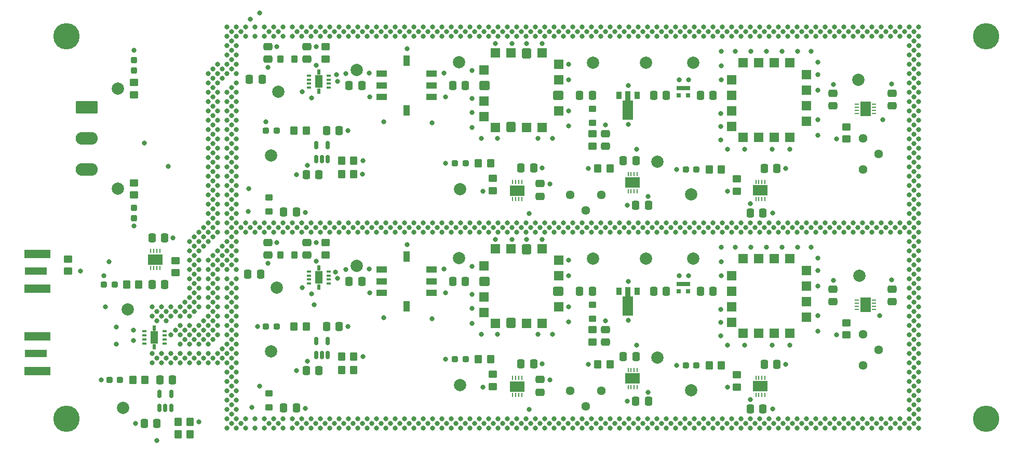
<source format=gbr>
%TF.GenerationSoftware,KiCad,Pcbnew,7.0.10-7.0.10~ubuntu22.04.1*%
%TF.CreationDate,2024-01-03T15:26:10-06:00*%
%TF.ProjectId,aom_driver,616f6d5f-6472-4697-9665-722e6b696361,v1*%
%TF.SameCoordinates,Original*%
%TF.FileFunction,Soldermask,Top*%
%TF.FilePolarity,Negative*%
%FSLAX46Y46*%
G04 Gerber Fmt 4.6, Leading zero omitted, Abs format (unit mm)*
G04 Created by KiCad (PCBNEW 7.0.10-7.0.10~ubuntu22.04.1) date 2024-01-03 15:26:10*
%MOMM*%
%LPD*%
G01*
G04 APERTURE LIST*
G04 Aperture macros list*
%AMRoundRect*
0 Rectangle with rounded corners*
0 $1 Rounding radius*
0 $2 $3 $4 $5 $6 $7 $8 $9 X,Y pos of 4 corners*
0 Add a 4 corners polygon primitive as box body*
4,1,4,$2,$3,$4,$5,$6,$7,$8,$9,$2,$3,0*
0 Add four circle primitives for the rounded corners*
1,1,$1+$1,$2,$3*
1,1,$1+$1,$4,$5*
1,1,$1+$1,$6,$7*
1,1,$1+$1,$8,$9*
0 Add four rect primitives between the rounded corners*
20,1,$1+$1,$2,$3,$4,$5,0*
20,1,$1+$1,$4,$5,$6,$7,0*
20,1,$1+$1,$6,$7,$8,$9,0*
20,1,$1+$1,$8,$9,$2,$3,0*%
%AMFreePoly0*
4,1,9,3.862500,-0.866500,0.737500,-0.866500,0.737500,-0.450000,-0.737500,-0.450000,-0.737500,0.450000,0.737500,0.450000,0.737500,0.866500,3.862500,0.866500,3.862500,-0.866500,3.862500,-0.866500,$1*%
G04 Aperture macros list end*
%ADD10R,0.250000X0.700000*%
%ADD11R,2.380000X1.660000*%
%ADD12C,4.300000*%
%ADD13C,2.000000*%
%ADD14RoundRect,0.250000X0.337500X0.475000X-0.337500X0.475000X-0.337500X-0.475000X0.337500X-0.475000X0*%
%ADD15RoundRect,0.250000X-0.337500X-0.475000X0.337500X-0.475000X0.337500X0.475000X-0.337500X0.475000X0*%
%ADD16R,3.600000X1.270000*%
%ADD17R,4.200000X1.350000*%
%ADD18RoundRect,0.237500X-0.287500X-0.237500X0.287500X-0.237500X0.287500X0.237500X-0.287500X0.237500X0*%
%ADD19C,1.440000*%
%ADD20RoundRect,0.250000X0.350000X-0.275000X0.350000X0.275000X-0.350000X0.275000X-0.350000X-0.275000X0*%
%ADD21RoundRect,0.250000X0.350000X0.450000X-0.350000X0.450000X-0.350000X-0.450000X0.350000X-0.450000X0*%
%ADD22RoundRect,0.250000X-0.450000X0.350000X-0.450000X-0.350000X0.450000X-0.350000X0.450000X0.350000X0*%
%ADD23RoundRect,0.237500X0.287500X0.237500X-0.287500X0.237500X-0.287500X-0.237500X0.287500X-0.237500X0*%
%ADD24R,0.800000X0.700000*%
%ADD25R,2.300000X0.700000*%
%ADD26R,0.760000X0.330000*%
%ADD27R,0.510000X0.940000*%
%ADD28R,1.220000X2.130000*%
%ADD29RoundRect,0.250000X0.475000X-0.337500X0.475000X0.337500X-0.475000X0.337500X-0.475000X-0.337500X0*%
%ADD30RoundRect,0.250000X-0.350000X-0.450000X0.350000X-0.450000X0.350000X0.450000X-0.350000X0.450000X0*%
%ADD31RoundRect,0.250000X0.450000X-0.350000X0.450000X0.350000X-0.450000X0.350000X-0.450000X-0.350000X0*%
%ADD32RoundRect,0.150000X0.150000X-0.512500X0.150000X0.512500X-0.150000X0.512500X-0.150000X-0.512500X0*%
%ADD33R,1.524000X1.524000*%
%ADD34RoundRect,0.250000X-0.275000X-0.350000X0.275000X-0.350000X0.275000X0.350000X-0.275000X0.350000X0*%
%ADD35R,1.520000X1.520000*%
%ADD36RoundRect,0.228000X0.597000X0.532000X-0.597000X0.532000X-0.597000X-0.532000X0.597000X-0.532000X0*%
%ADD37RoundRect,0.228000X0.532000X0.597000X-0.532000X0.597000X-0.532000X-0.597000X0.532000X-0.597000X0*%
%ADD38RoundRect,0.237500X-0.237500X0.287500X-0.237500X-0.287500X0.237500X-0.287500X0.237500X0.287500X0*%
%ADD39R,0.900000X1.300000*%
%ADD40FreePoly0,270.000000*%
%ADD41R,1.778000X1.016000*%
%ADD42R,1.016000X1.778000*%
%ADD43R,0.700000X0.250000*%
%ADD44R,1.660000X2.380000*%
%ADD45RoundRect,0.249999X-1.550001X0.790001X-1.550001X-0.790001X1.550001X-0.790001X1.550001X0.790001X0*%
%ADD46O,3.600000X2.080000*%
%ADD47C,0.800000*%
G04 APERTURE END LIST*
D10*
%TO.C,U13*%
X189599000Y-124203000D03*
X189099000Y-124203000D03*
X188599000Y-124203000D03*
X188099000Y-124203000D03*
X188099000Y-127003000D03*
X188599000Y-127003000D03*
X189099000Y-127003000D03*
X189599000Y-127003000D03*
D11*
X188849000Y-125603000D03*
%TD*%
D12*
%TO.C,H4*%
X225679500Y-130937500D03*
%TD*%
D13*
%TO.C,TP7*%
X177927500Y-72771500D03*
%TD*%
D14*
%TO.C,C40*%
X140737500Y-108458000D03*
X138662500Y-108458000D03*
%TD*%
D13*
%TO.C,TP24*%
X109093000Y-119888000D03*
%TD*%
D15*
%TO.C,C39*%
X114786500Y-123063000D03*
X116861500Y-123063000D03*
%TD*%
%TO.C,C33*%
X168507500Y-128016000D03*
X170582500Y-128016000D03*
%TD*%
D16*
%TO.C,J2*%
X70739500Y-106807500D03*
D17*
X70939500Y-103982500D03*
X70939500Y-109632500D03*
%TD*%
D15*
%TO.C,C2*%
X89641000Y-101346500D03*
X91716000Y-101346500D03*
%TD*%
D14*
%TO.C,C9*%
X189252000Y-97282500D03*
X187177000Y-97282500D03*
%TD*%
D18*
%TO.C,D8*%
X176671000Y-122174000D03*
X178421000Y-122174000D03*
%TD*%
D19*
%TO.C,RV4*%
X162941000Y-126365000D03*
X160401000Y-128905000D03*
X157861000Y-126365000D03*
%TD*%
D20*
%TO.C,L4*%
X108712000Y-129039000D03*
X108712000Y-126739000D03*
%TD*%
D13*
%TO.C,TP23*%
X139700000Y-104648000D03*
%TD*%
%TO.C,TP2*%
X84963500Y-129159500D03*
%TD*%
D21*
%TO.C,R17*%
X122539500Y-90932500D03*
X120539500Y-90932500D03*
%TD*%
D13*
%TO.C,TP3*%
X84074500Y-76962500D03*
%TD*%
D14*
%TO.C,C21*%
X140738000Y-76454500D03*
X138663000Y-76454500D03*
%TD*%
D22*
%TO.C,R10*%
X185039500Y-91710500D03*
X185039500Y-93710500D03*
%TD*%
D13*
%TO.C,TP9*%
X170180500Y-72771500D03*
%TD*%
D18*
%TO.C,D9*%
X139039000Y-121192000D03*
X140789000Y-121192000D03*
%TD*%
D23*
%TO.C,D10*%
X109968000Y-115824000D03*
X108218000Y-115824000D03*
%TD*%
D24*
%TO.C,U7*%
X177026500Y-78070500D03*
X175526500Y-78070500D03*
D25*
X176276500Y-76870500D03*
%TD*%
D21*
%TO.C,R25*%
X164322000Y-122047000D03*
X162322000Y-122047000D03*
%TD*%
D15*
%TO.C,C15*%
X149799000Y-89950500D03*
X151874000Y-89950500D03*
%TD*%
D13*
%TO.C,TP15*%
X110236500Y-77470500D03*
%TD*%
D26*
%TO.C,U21*%
X118465000Y-108813000D03*
X118465000Y-108153000D03*
X118465000Y-107493000D03*
X118465000Y-106833000D03*
X115215000Y-106833000D03*
X115215000Y-107493000D03*
X115215000Y-108153000D03*
X115215000Y-108813000D03*
D27*
X116840000Y-109358000D03*
D28*
X116840000Y-107823000D03*
D27*
X116840000Y-106288000D03*
%TD*%
D22*
%TO.C,R21*%
X185039000Y-123714000D03*
X185039000Y-125714000D03*
%TD*%
D29*
%TO.C,C8*%
X210312500Y-79778000D03*
X210312500Y-77703000D03*
%TD*%
D13*
%TO.C,TP11*%
X161544500Y-72771500D03*
%TD*%
D18*
%TO.C,D1*%
X81802500Y-108966500D03*
X83552500Y-108966500D03*
%TD*%
D26*
%TO.C,U3*%
X91668500Y-118592500D03*
X91668500Y-117932500D03*
X91668500Y-117272500D03*
X91668500Y-116612500D03*
X88418500Y-116612500D03*
X88418500Y-117272500D03*
X88418500Y-117932500D03*
X88418500Y-118592500D03*
D27*
X90043500Y-119137500D03*
D28*
X90043500Y-117602500D03*
D27*
X90043500Y-116067500D03*
%TD*%
D21*
%TO.C,R11*%
X182483500Y-90170500D03*
X180483500Y-90170500D03*
%TD*%
D14*
%TO.C,C4*%
X107591000Y-75438500D03*
X105516000Y-75438500D03*
%TD*%
D15*
%TO.C,C10*%
X189463000Y-90043500D03*
X191538000Y-90043500D03*
%TD*%
D20*
%TO.C,L2*%
X161473500Y-82557500D03*
X161473500Y-80257500D03*
%TD*%
D14*
%TO.C,C19*%
X161439000Y-78105500D03*
X159364000Y-78105500D03*
%TD*%
D10*
%TO.C,U15*%
X149935000Y-124237000D03*
X149435000Y-124237000D03*
X148935000Y-124237000D03*
X148435000Y-124237000D03*
X148435000Y-127037000D03*
X148935000Y-127037000D03*
X149435000Y-127037000D03*
X149935000Y-127037000D03*
D11*
X149185000Y-125637000D03*
%TD*%
D29*
%TO.C,C11*%
X200660500Y-79778000D03*
X200660500Y-77703000D03*
%TD*%
D13*
%TO.C,TP17*%
X177546000Y-126238000D03*
%TD*%
D29*
%TO.C,C30*%
X200660000Y-111781500D03*
X200660000Y-109706500D03*
%TD*%
D18*
%TO.C,D5*%
X176671500Y-90170500D03*
X178421500Y-90170500D03*
%TD*%
D14*
%TO.C,C41*%
X120163500Y-115824000D03*
X118088500Y-115824000D03*
%TD*%
D13*
%TO.C,TP4*%
X84074500Y-93345500D03*
%TD*%
D15*
%TO.C,C5*%
X89641000Y-108966500D03*
X91716000Y-108966500D03*
%TD*%
D29*
%TO.C,C12*%
X152908500Y-94578000D03*
X152908500Y-92503000D03*
%TD*%
D21*
%TO.C,R24*%
X144851000Y-121192000D03*
X142851000Y-121192000D03*
%TD*%
D22*
%TO.C,R8*%
X86741500Y-92345500D03*
X86741500Y-94345500D03*
%TD*%
D12*
%TO.C,H3*%
X225679500Y-68453500D03*
%TD*%
D14*
%TO.C,C3*%
X107336500Y-107315000D03*
X105261500Y-107315000D03*
%TD*%
D13*
%TO.C,TP10*%
X172085500Y-88900500D03*
%TD*%
D14*
%TO.C,C23*%
X123847000Y-76454500D03*
X121772000Y-76454500D03*
%TD*%
D10*
%TO.C,U8*%
X168771500Y-90929500D03*
X168271500Y-90929500D03*
X167771500Y-90929500D03*
X167271500Y-90929500D03*
X167271500Y-93729500D03*
X167771500Y-93729500D03*
X168271500Y-93729500D03*
X168771500Y-93729500D03*
D11*
X168021500Y-92329500D03*
%TD*%
D16*
%TO.C,J1*%
X70739500Y-120269500D03*
D17*
X70939500Y-117444500D03*
X70939500Y-123094500D03*
%TD*%
D21*
%TO.C,R16*%
X122539500Y-88773500D03*
X120539500Y-88773500D03*
%TD*%
D29*
%TO.C,C43*%
X108585000Y-104161500D03*
X108585000Y-102086500D03*
%TD*%
D23*
%TO.C,D7*%
X109968500Y-83820500D03*
X108218500Y-83820500D03*
%TD*%
D13*
%TO.C,TP12*%
X139700500Y-72644500D03*
%TD*%
D21*
%TO.C,R1*%
X95869500Y-133477500D03*
X93869500Y-133477500D03*
%TD*%
D19*
%TO.C,RV1*%
X205613500Y-85090500D03*
X208153500Y-87630500D03*
X205613500Y-90170500D03*
%TD*%
D24*
%TO.C,U16*%
X177026000Y-110074000D03*
X175526000Y-110074000D03*
D25*
X176276000Y-108874000D03*
%TD*%
D21*
%TO.C,R27*%
X122539000Y-120777000D03*
X120539000Y-120777000D03*
%TD*%
D30*
%TO.C,R5*%
X86503500Y-124587500D03*
X88503500Y-124587500D03*
%TD*%
D13*
%TO.C,TP18*%
X177927000Y-104775000D03*
%TD*%
D29*
%TO.C,C44*%
X114935000Y-104161500D03*
X114935000Y-102086500D03*
%TD*%
D31*
%TO.C,R15*%
X161473500Y-86344500D03*
X161473500Y-84344500D03*
%TD*%
D22*
%TO.C,R20*%
X202875000Y-115207000D03*
X202875000Y-117207000D03*
%TD*%
D14*
%TO.C,C22*%
X120164000Y-83820500D03*
X118089000Y-83820500D03*
%TD*%
D13*
%TO.C,TP19*%
X139914000Y-125383000D03*
%TD*%
D21*
%TO.C,R14*%
X164322500Y-90043500D03*
X162322500Y-90043500D03*
%TD*%
D13*
%TO.C,TP5*%
X204851500Y-75565500D03*
%TD*%
D29*
%TO.C,C36*%
X163576000Y-118385500D03*
X163576000Y-116310500D03*
%TD*%
D30*
%TO.C,R18*%
X112792500Y-83820500D03*
X114792500Y-83820500D03*
%TD*%
D32*
%TO.C,U2*%
X90871500Y-129154000D03*
X91821500Y-129154000D03*
X92771500Y-129154000D03*
X92771500Y-126879000D03*
X90871500Y-126879000D03*
%TD*%
D13*
%TO.C,TP8*%
X139914500Y-93379500D03*
%TD*%
%TO.C,TP16*%
X204978000Y-107569000D03*
%TD*%
D33*
%TO.C,X1*%
X196342500Y-82296500D03*
X196342500Y-79756500D03*
X196342500Y-77216500D03*
X196342500Y-74676500D03*
X193675500Y-72771500D03*
X191135500Y-72771500D03*
X188595500Y-72771500D03*
X186055500Y-72771500D03*
X184150500Y-75565500D03*
X184150500Y-78105500D03*
X184150500Y-80645500D03*
X184150500Y-83185500D03*
X186055500Y-84963500D03*
X188595500Y-84963500D03*
X191135500Y-84963500D03*
X193675500Y-84963500D03*
%TD*%
D29*
%TO.C,C27*%
X210312000Y-111781500D03*
X210312000Y-109706500D03*
%TD*%
D34*
%TO.C,L6*%
X110610000Y-104140000D03*
X112910000Y-104140000D03*
%TD*%
D29*
%TO.C,C24*%
X108585500Y-72158000D03*
X108585500Y-70083000D03*
%TD*%
D33*
%TO.C,X2*%
X196342000Y-114300000D03*
X196342000Y-111760000D03*
X196342000Y-109220000D03*
X196342000Y-106680000D03*
X193675000Y-104775000D03*
X191135000Y-104775000D03*
X188595000Y-104775000D03*
X186055000Y-104775000D03*
X184150000Y-107569000D03*
X184150000Y-110109000D03*
X184150000Y-112649000D03*
X184150000Y-115189000D03*
X186055000Y-116967000D03*
X188595000Y-116967000D03*
X191135000Y-116967000D03*
X193675000Y-116967000D03*
%TD*%
D29*
%TO.C,C17*%
X163576500Y-86382000D03*
X163576500Y-84307000D03*
%TD*%
D13*
%TO.C,TP13*%
X109093500Y-87884500D03*
%TD*%
D12*
%TO.C,H2*%
X75692500Y-130937500D03*
%TD*%
D15*
%TO.C,C14*%
X168508000Y-96012500D03*
X170583000Y-96012500D03*
%TD*%
D13*
%TO.C,TP20*%
X170180000Y-104775000D03*
%TD*%
D22*
%TO.C,R9*%
X202875500Y-83203500D03*
X202875500Y-85203500D03*
%TD*%
D14*
%TO.C,C18*%
X168551000Y-88773500D03*
X166476000Y-88773500D03*
%TD*%
D29*
%TO.C,C31*%
X152908000Y-126581500D03*
X152908000Y-124506500D03*
%TD*%
D14*
%TO.C,C35*%
X173503500Y-110109000D03*
X171428500Y-110109000D03*
%TD*%
D32*
%TO.C,U20*%
X116398000Y-120517500D03*
X117348000Y-120517500D03*
X118298000Y-120517500D03*
X118298000Y-118242500D03*
X116398000Y-118242500D03*
%TD*%
D20*
%TO.C,L1*%
X108712500Y-97035500D03*
X108712500Y-94735500D03*
%TD*%
D13*
%TO.C,TP6*%
X177546500Y-94234500D03*
%TD*%
D35*
%TO.C,U19*%
X155960000Y-112650000D03*
D36*
X155890000Y-110110000D03*
D35*
X155960000Y-107570000D03*
X155960000Y-105030000D03*
X153290000Y-103120000D03*
D37*
X150750000Y-103190000D03*
D35*
X148210000Y-103120000D03*
X145670000Y-103120000D03*
X143760000Y-105920000D03*
D36*
X143830000Y-108460000D03*
D35*
X143760000Y-111000000D03*
X143760000Y-113540000D03*
X145670000Y-115320000D03*
D37*
X148210000Y-115250000D03*
D35*
X150750000Y-115320000D03*
X153290000Y-115320000D03*
%TD*%
D38*
%TO.C,D4*%
X86741500Y-96407500D03*
X86741500Y-98157500D03*
%TD*%
D13*
%TO.C,TP25*%
X123063000Y-105918000D03*
%TD*%
D31*
%TO.C,R26*%
X161473000Y-118348000D03*
X161473000Y-116348000D03*
%TD*%
D15*
%TO.C,C1*%
X88371000Y-131699500D03*
X90446000Y-131699500D03*
%TD*%
D31*
%TO.C,R30*%
X117983000Y-104124000D03*
X117983000Y-102124000D03*
%TD*%
D19*
%TO.C,RV3*%
X205613000Y-117094000D03*
X208153000Y-119634000D03*
X205613000Y-122174000D03*
%TD*%
D21*
%TO.C,R4*%
X87487500Y-108966500D03*
X85487500Y-108966500D03*
%TD*%
D39*
%TO.C,U9*%
X168759500Y-78060500D03*
D40*
X167259500Y-78148000D03*
D39*
X165759500Y-78060500D03*
%TD*%
D12*
%TO.C,H1*%
X75692500Y-68453500D03*
%TD*%
D19*
%TO.C,RV2*%
X162941500Y-94361500D03*
X160401500Y-96901500D03*
X157861500Y-94361500D03*
%TD*%
D38*
%TO.C,D3*%
X86741500Y-72277500D03*
X86741500Y-74027500D03*
%TD*%
D10*
%TO.C,U1*%
X89420500Y-106302500D03*
X89920500Y-106302500D03*
X90420500Y-106302500D03*
X90920500Y-106302500D03*
X90920500Y-103502500D03*
X90420500Y-103502500D03*
X89920500Y-103502500D03*
X89420500Y-103502500D03*
D11*
X90170500Y-104902500D03*
%TD*%
D14*
%TO.C,C16*%
X173504000Y-78105500D03*
X171429000Y-78105500D03*
%TD*%
D13*
%TO.C,TP14*%
X123063500Y-73914500D03*
%TD*%
D10*
%TO.C,U4*%
X189599500Y-92199500D03*
X189099500Y-92199500D03*
X188599500Y-92199500D03*
X188099500Y-92199500D03*
X188099500Y-94999500D03*
X188599500Y-94999500D03*
X189099500Y-94999500D03*
X189599500Y-94999500D03*
D11*
X188849500Y-93599500D03*
%TD*%
D14*
%TO.C,C28*%
X189251500Y-129286000D03*
X187176500Y-129286000D03*
%TD*%
D34*
%TO.C,L3*%
X110610500Y-72136500D03*
X112910500Y-72136500D03*
%TD*%
D14*
%TO.C,C42*%
X123846500Y-108458000D03*
X121771500Y-108458000D03*
%TD*%
D15*
%TO.C,C7*%
X111104000Y-97155500D03*
X113179000Y-97155500D03*
%TD*%
D29*
%TO.C,C25*%
X114935500Y-72158000D03*
X114935500Y-70083000D03*
%TD*%
D31*
%TO.C,R7*%
X86741500Y-77962500D03*
X86741500Y-75962500D03*
%TD*%
D14*
%TO.C,C37*%
X168550500Y-120777000D03*
X166475500Y-120777000D03*
%TD*%
D21*
%TO.C,R13*%
X144851500Y-89188500D03*
X142851500Y-89188500D03*
%TD*%
D14*
%TO.C,C6*%
X92986000Y-124587500D03*
X90911000Y-124587500D03*
%TD*%
D18*
%TO.C,D6*%
X139039500Y-89188500D03*
X140789500Y-89188500D03*
%TD*%
D14*
%TO.C,C13*%
X181124000Y-78105500D03*
X179049000Y-78105500D03*
%TD*%
D22*
%TO.C,R12*%
X145248500Y-91617500D03*
X145248500Y-93617500D03*
%TD*%
D41*
%TO.C,FL1*%
X135255500Y-78359500D03*
X135255500Y-76454500D03*
X135255500Y-74549500D03*
D42*
X131191500Y-72390500D03*
D41*
X127127500Y-74549500D03*
X127127500Y-76454500D03*
X127127500Y-78359500D03*
D42*
X131191500Y-80518500D03*
%TD*%
D23*
%TO.C,D2*%
X84441500Y-124587500D03*
X82691500Y-124587500D03*
%TD*%
D10*
%TO.C,U17*%
X168771000Y-122933000D03*
X168271000Y-122933000D03*
X167771000Y-122933000D03*
X167271000Y-122933000D03*
X167271000Y-125733000D03*
X167771000Y-125733000D03*
X168271000Y-125733000D03*
X168771000Y-125733000D03*
D11*
X168021000Y-124333000D03*
%TD*%
D15*
%TO.C,C20*%
X114787000Y-91059500D03*
X116862000Y-91059500D03*
%TD*%
D21*
%TO.C,R22*%
X182483000Y-122174000D03*
X180483000Y-122174000D03*
%TD*%
D15*
%TO.C,C29*%
X189462500Y-122047000D03*
X191537500Y-122047000D03*
%TD*%
D32*
%TO.C,U11*%
X116398500Y-88514000D03*
X117348500Y-88514000D03*
X118298500Y-88514000D03*
X118298500Y-86239000D03*
X116398500Y-86239000D03*
%TD*%
D39*
%TO.C,U18*%
X168759000Y-110064000D03*
D40*
X167259000Y-110151500D03*
D39*
X165759000Y-110064000D03*
%TD*%
D15*
%TO.C,C26*%
X111103500Y-129166000D03*
X113178500Y-129166000D03*
%TD*%
D13*
%TO.C,TP26*%
X109982000Y-109474000D03*
%TD*%
D15*
%TO.C,C34*%
X149798500Y-121954000D03*
X151873500Y-121954000D03*
%TD*%
D13*
%TO.C,TP21*%
X172085000Y-120904000D03*
%TD*%
D20*
%TO.C,L5*%
X161473000Y-114561000D03*
X161473000Y-112261000D03*
%TD*%
D13*
%TO.C,TP1*%
X85725500Y-113030500D03*
%TD*%
D21*
%TO.C,R3*%
X95869500Y-131445500D03*
X93869500Y-131445500D03*
%TD*%
D13*
%TO.C,TP22*%
X161544000Y-104775000D03*
%TD*%
D41*
%TO.C,FL2*%
X135255000Y-110363000D03*
X135255000Y-108458000D03*
X135255000Y-106553000D03*
D42*
X131191000Y-104394000D03*
D41*
X127127000Y-106553000D03*
X127127000Y-108458000D03*
X127127000Y-110363000D03*
D42*
X131191000Y-112522000D03*
%TD*%
D10*
%TO.C,U6*%
X149935500Y-92233500D03*
X149435500Y-92233500D03*
X148935500Y-92233500D03*
X148435500Y-92233500D03*
X148435500Y-95033500D03*
X148935500Y-95033500D03*
X149435500Y-95033500D03*
X149935500Y-95033500D03*
D11*
X149185500Y-93633500D03*
%TD*%
D43*
%TO.C,U5*%
X204594500Y-79514500D03*
X204594500Y-80014500D03*
X204594500Y-80514500D03*
X204594500Y-81014500D03*
X207394500Y-81014500D03*
X207394500Y-80514500D03*
X207394500Y-80014500D03*
X207394500Y-79514500D03*
D44*
X205994500Y-80264500D03*
%TD*%
D26*
%TO.C,U12*%
X118465500Y-76809500D03*
X118465500Y-76149500D03*
X118465500Y-75489500D03*
X118465500Y-74829500D03*
X115215500Y-74829500D03*
X115215500Y-75489500D03*
X115215500Y-76149500D03*
X115215500Y-76809500D03*
D27*
X116840500Y-77354500D03*
D28*
X116840500Y-75819500D03*
D27*
X116840500Y-74284500D03*
%TD*%
D31*
%TO.C,R19*%
X117983500Y-72120500D03*
X117983500Y-70120500D03*
%TD*%
%TO.C,R2*%
X93472500Y-107045500D03*
X93472500Y-105045500D03*
%TD*%
D22*
%TO.C,R23*%
X145248000Y-123621000D03*
X145248000Y-125621000D03*
%TD*%
D43*
%TO.C,U14*%
X204594000Y-111518000D03*
X204594000Y-112018000D03*
X204594000Y-112518000D03*
X204594000Y-113018000D03*
X207394000Y-113018000D03*
X207394000Y-112518000D03*
X207394000Y-112018000D03*
X207394000Y-111518000D03*
D44*
X205994000Y-112268000D03*
%TD*%
D45*
%TO.C,J3*%
X78994500Y-80010500D03*
D46*
X78994500Y-85090500D03*
X78994500Y-90170500D03*
%TD*%
D35*
%TO.C,U10*%
X155960500Y-80646500D03*
D36*
X155890500Y-78106500D03*
D35*
X155960500Y-75566500D03*
X155960500Y-73026500D03*
X153290500Y-71116500D03*
D37*
X150750500Y-71186500D03*
D35*
X148210500Y-71116500D03*
X145670500Y-71116500D03*
X143760500Y-73916500D03*
D36*
X143830500Y-76456500D03*
D35*
X143760500Y-78996500D03*
X143760500Y-81536500D03*
X145670500Y-83316500D03*
D37*
X148210500Y-83246500D03*
D35*
X150750500Y-83316500D03*
X153290500Y-83316500D03*
%TD*%
D14*
%TO.C,C32*%
X181123500Y-110109000D03*
X179048500Y-110109000D03*
%TD*%
D21*
%TO.C,R28*%
X122539000Y-122936000D03*
X120539000Y-122936000D03*
%TD*%
D30*
%TO.C,R29*%
X112792000Y-115824000D03*
X114792000Y-115824000D03*
%TD*%
D31*
%TO.C,R6*%
X75946500Y-106791500D03*
X75946500Y-104791500D03*
%TD*%
D14*
%TO.C,C38*%
X161438500Y-110109000D03*
X159363500Y-110109000D03*
%TD*%
D47*
X105918500Y-129039000D03*
X107188500Y-64643500D03*
X105354500Y-97033500D03*
X88392500Y-85852500D03*
X92329500Y-89662500D03*
X201224000Y-117223000D03*
X98806500Y-91313500D03*
X106426500Y-132461500D03*
X129286500Y-130937500D03*
X98806500Y-77597500D03*
X193675500Y-86868500D03*
X169672500Y-131699500D03*
X135311000Y-114556000D03*
X101854500Y-101981500D03*
X213868500Y-131699500D03*
X157607500Y-73025500D03*
X141859500Y-83312500D03*
X172720500Y-99695500D03*
X100330500Y-95885500D03*
X214630500Y-71501500D03*
X140716500Y-67691500D03*
X213106500Y-118745500D03*
X100330500Y-82169500D03*
X107950500Y-100457500D03*
X157607500Y-80645500D03*
X101092500Y-105791500D03*
X120142500Y-68453500D03*
X143383000Y-117094000D03*
X141478500Y-68453500D03*
X110998500Y-132461500D03*
X108712500Y-99695500D03*
X116840500Y-107188500D03*
X91948500Y-121031500D03*
X191770500Y-132461500D03*
X162052500Y-99695500D03*
X130810500Y-132461500D03*
X102616500Y-93599500D03*
X187960500Y-67691500D03*
X139192500Y-67691500D03*
X207010500Y-68453500D03*
X181102500Y-132461500D03*
X182499000Y-107569000D03*
X191770500Y-100457500D03*
X135382500Y-66929500D03*
X139192500Y-99695500D03*
X103378500Y-89789500D03*
X101854500Y-82169500D03*
X99568500Y-98171500D03*
X184912500Y-99695500D03*
X107950500Y-68453500D03*
X133096500Y-99695500D03*
X112522500Y-66929500D03*
X149860500Y-99695500D03*
X213868500Y-127127500D03*
X116840500Y-108458500D03*
X101854500Y-88265500D03*
X143764500Y-131699500D03*
X154432500Y-131699500D03*
X114173000Y-109474000D03*
X126238500Y-98933500D03*
X138430500Y-66929500D03*
X101854500Y-114173500D03*
X207772500Y-131699500D03*
X197104000Y-102870000D03*
X156718500Y-100457500D03*
X98044500Y-101219500D03*
X214630500Y-68453500D03*
X213106500Y-86741500D03*
X214630500Y-114173500D03*
X181102500Y-66929500D03*
X99568500Y-108839500D03*
X102616500Y-105791500D03*
X197866500Y-66929500D03*
X97282500Y-101981500D03*
X170434500Y-132461500D03*
X159004500Y-131699500D03*
X102616500Y-116459500D03*
X100330500Y-111125500D03*
X126238500Y-68453500D03*
X196342500Y-132461500D03*
X127762500Y-130937500D03*
X115570500Y-132461500D03*
X92710500Y-121793500D03*
X207010500Y-130937500D03*
X159766500Y-132461500D03*
X157607000Y-115062000D03*
X214630500Y-132461500D03*
X95758500Y-114173500D03*
X148336500Y-131699500D03*
X193294500Y-132461500D03*
X213106500Y-66929500D03*
X170434500Y-66929500D03*
X212344500Y-131699500D03*
X194945000Y-102870000D03*
X168148500Y-99695500D03*
X123190500Y-98933500D03*
X101854500Y-100457500D03*
X213106500Y-80645500D03*
X144526500Y-100457500D03*
X179578500Y-100457500D03*
X177292500Y-67691500D03*
X182499500Y-75565500D03*
X103378500Y-92837500D03*
X153289000Y-101600000D03*
X98044500Y-114935500D03*
X97282500Y-121793500D03*
X213868500Y-96647500D03*
X152146500Y-132461500D03*
X106426500Y-100457500D03*
X97282500Y-117221500D03*
X118618500Y-66929500D03*
X194945500Y-70866500D03*
X91186500Y-121793500D03*
X121666500Y-66929500D03*
X98044500Y-116459500D03*
X101854500Y-103505500D03*
X120142500Y-132461500D03*
X101854500Y-89789500D03*
X131572500Y-131699500D03*
X154488500Y-92585500D03*
X161290500Y-100457500D03*
X174244500Y-131699500D03*
X118618500Y-132461500D03*
X185674500Y-130937500D03*
X100330500Y-97409500D03*
X213868500Y-108839500D03*
X198247500Y-77216500D03*
X209296500Y-67691500D03*
X210058500Y-98933500D03*
X214630500Y-85217500D03*
X101854500Y-105029500D03*
X109474500Y-100457500D03*
X153670500Y-66929500D03*
X187960500Y-131699500D03*
X99568500Y-96647500D03*
X103378500Y-121793500D03*
X98806500Y-88265500D03*
X149098500Y-98933500D03*
X136906500Y-68453500D03*
X203962500Y-98933500D03*
X89662500Y-114173500D03*
X101854500Y-108077500D03*
X179578500Y-66929500D03*
X114046500Y-98933500D03*
X178054500Y-68453500D03*
X113284500Y-131699500D03*
X150622500Y-132461500D03*
X154940000Y-117094000D03*
X96520500Y-104267500D03*
X159766500Y-130937500D03*
X132334500Y-132461500D03*
X164338500Y-68453500D03*
X181102500Y-130937500D03*
X120904500Y-99695500D03*
X210058500Y-100457500D03*
X213106500Y-68453500D03*
X116459000Y-102108000D03*
X200914500Y-132461500D03*
X130810500Y-98933500D03*
X158242500Y-66929500D03*
X104140500Y-67691500D03*
X149098500Y-66929500D03*
X200914500Y-130937500D03*
X183444500Y-93728500D03*
X103378500Y-100457500D03*
X143764500Y-67691500D03*
X176530500Y-68453500D03*
X158242500Y-130937500D03*
X120142500Y-130937500D03*
X133096500Y-131699500D03*
X102616500Y-87503500D03*
X106426500Y-66929500D03*
X174244500Y-67691500D03*
X213868500Y-102743500D03*
X214630500Y-115697500D03*
X213106500Y-77597500D03*
X167315000Y-108460000D03*
X131572500Y-67691500D03*
X89662500Y-120269500D03*
X152908500Y-67691500D03*
X99568500Y-79883500D03*
X127762500Y-132461500D03*
X127437500Y-82425500D03*
X114991500Y-89537500D03*
X110998500Y-130937500D03*
X191770500Y-98933500D03*
X92710500Y-114173500D03*
X210058500Y-68453500D03*
X141478500Y-100457500D03*
X115697500Y-78486500D03*
X213106500Y-127889500D03*
X97282500Y-120269500D03*
X99568500Y-89027500D03*
X101854500Y-80645500D03*
X102616500Y-131699500D03*
X185674500Y-98933500D03*
X187960500Y-99695500D03*
X168910500Y-98933500D03*
X214630500Y-77597500D03*
X98806500Y-89789500D03*
X123190500Y-100457500D03*
X118618500Y-98933500D03*
X197104500Y-70866500D03*
X186309500Y-86868500D03*
X213106500Y-123317500D03*
X161290500Y-66929500D03*
X178054500Y-66929500D03*
X127762500Y-98933500D03*
X189484500Y-131699500D03*
X127000500Y-99695500D03*
X145288500Y-99695500D03*
X214630500Y-86741500D03*
X108712500Y-67691500D03*
X99568500Y-110363500D03*
X103378500Y-83693500D03*
X100330500Y-92837500D03*
X95758500Y-109601500D03*
X205486500Y-68453500D03*
X95758500Y-118745500D03*
X139192500Y-131699500D03*
X213106500Y-98933500D03*
X159766500Y-66929500D03*
X90043500Y-118237500D03*
X165100500Y-131699500D03*
X164338500Y-66929500D03*
X139954500Y-130937500D03*
X95758500Y-120269500D03*
X175189500Y-90172500D03*
X175768500Y-67691500D03*
X143566500Y-93728500D03*
X147574500Y-100457500D03*
X182626500Y-68453500D03*
X117094500Y-98933500D03*
X211582500Y-130937500D03*
X102616500Y-111887500D03*
X213106500Y-69977500D03*
X124008000Y-120779000D03*
X117856500Y-131699500D03*
X133858500Y-100457500D03*
X207772500Y-67691500D03*
X103378500Y-97409500D03*
X213106500Y-100457500D03*
X175006500Y-100457500D03*
X192405500Y-70866500D03*
X214630500Y-95885500D03*
X99568500Y-116459500D03*
X102616500Y-92075500D03*
X195580500Y-99695500D03*
X213868500Y-92075500D03*
X139954500Y-100457500D03*
X213106500Y-115697500D03*
X101854500Y-77597500D03*
X117094500Y-132461500D03*
X92710500Y-120269500D03*
X124714500Y-130937500D03*
X116332500Y-131699500D03*
X135382500Y-132461500D03*
X208534500Y-100457500D03*
X165862500Y-98933500D03*
X131247500Y-70487500D03*
X113213500Y-91061500D03*
X203962500Y-132461500D03*
X127762500Y-100457500D03*
X104140500Y-131699500D03*
X100330500Y-89789500D03*
X134620500Y-99695500D03*
X104902500Y-66929500D03*
X81788500Y-107569500D03*
X103378500Y-115697500D03*
X123190500Y-132461500D03*
X114046500Y-66929500D03*
X187198500Y-68453500D03*
X155194500Y-68453500D03*
X101854500Y-112649500D03*
X103378500Y-101981500D03*
X159004500Y-67691500D03*
X162814500Y-98933500D03*
X197866500Y-68453500D03*
X122428500Y-67691500D03*
X100330500Y-100457500D03*
X158242500Y-132461500D03*
X121666500Y-132461500D03*
X213106500Y-79121500D03*
X167386500Y-68453500D03*
X166624500Y-99695500D03*
X99568500Y-121031500D03*
X182499000Y-105283000D03*
X164338500Y-132461500D03*
X160528500Y-99695500D03*
X124714500Y-66929500D03*
X151384500Y-131699500D03*
X86995500Y-131699500D03*
X98806500Y-105029500D03*
X159004500Y-99695500D03*
X213868500Y-111887500D03*
X196342500Y-68453500D03*
X148336000Y-101600000D03*
X182499000Y-102870000D03*
X187198500Y-130937500D03*
X213868500Y-93599500D03*
X213106500Y-114173500D03*
X103378500Y-105029500D03*
X198247000Y-106680000D03*
X196342500Y-130937500D03*
X206248500Y-99695500D03*
X114681500Y-97164500D03*
X98806500Y-83693500D03*
X213868500Y-95123500D03*
X117094500Y-100457500D03*
X91948500Y-114935500D03*
X139954500Y-66929500D03*
X107188500Y-99695500D03*
X144526500Y-98933500D03*
X81407500Y-124587500D03*
X126238500Y-132461500D03*
X170434500Y-100457500D03*
X155194500Y-98933500D03*
X95758500Y-108077500D03*
X183388500Y-99695500D03*
X186436500Y-99695500D03*
X107950500Y-130937500D03*
X101854500Y-118745500D03*
X101854500Y-97409500D03*
X109474500Y-66929500D03*
X182372500Y-85344500D03*
X116332500Y-67691500D03*
X103378500Y-118745500D03*
X202438500Y-98933500D03*
X100330500Y-117221500D03*
X147574500Y-98933500D03*
X111760500Y-99695500D03*
X213106500Y-121793500D03*
X184912500Y-67691500D03*
X103378500Y-88265500D03*
X149098500Y-68453500D03*
X102616500Y-130175500D03*
X93091500Y-101346500D03*
X99568500Y-95123500D03*
X120142500Y-98933500D03*
X126238500Y-100457500D03*
X129286500Y-68453500D03*
X104902500Y-68453500D03*
X198247000Y-109220000D03*
X115570500Y-100457500D03*
X101854500Y-109601500D03*
X193294500Y-100457500D03*
X146050500Y-98933500D03*
X155194500Y-132461500D03*
X200716000Y-108333000D03*
X175006500Y-66929500D03*
X100330500Y-86741500D03*
X188722500Y-130937500D03*
X212344500Y-99695500D03*
X124714500Y-132461500D03*
X142240500Y-99695500D03*
X117094500Y-68453500D03*
X108204500Y-82423500D03*
X107950500Y-132461500D03*
X187198500Y-66929500D03*
X213106500Y-108077500D03*
X153218500Y-89918500D03*
X103378500Y-123317500D03*
X105664500Y-99695500D03*
X200914500Y-98933500D03*
X93472500Y-113411500D03*
X143002500Y-98933500D03*
X193294500Y-68453500D03*
X138430500Y-132461500D03*
X205486500Y-98933500D03*
X184150500Y-66929500D03*
X166624500Y-67691500D03*
X101854500Y-106553500D03*
X98806500Y-97409500D03*
X90424500Y-121031500D03*
X201224500Y-85219500D03*
X117094500Y-66929500D03*
X203200500Y-131699500D03*
X173482500Y-98933500D03*
X98806500Y-85217500D03*
X165100500Y-99695500D03*
X98806500Y-101981500D03*
X213868500Y-114935500D03*
X123952500Y-67691500D03*
X103378500Y-117221500D03*
X161290500Y-68453500D03*
X186436500Y-67691500D03*
X214630500Y-109601500D03*
X98806500Y-115697500D03*
X214630500Y-127889500D03*
X115697000Y-110490000D03*
X211582500Y-68453500D03*
X138430500Y-100457500D03*
X167315000Y-114810000D03*
X192532500Y-67691500D03*
X214630500Y-91313500D03*
X117856500Y-67691500D03*
X98806500Y-118745500D03*
X114808500Y-99695500D03*
X96520500Y-113411500D03*
X99568500Y-73787500D03*
X101854500Y-85217500D03*
X168910500Y-130937500D03*
X182499500Y-73279500D03*
X115570500Y-68453500D03*
X141859500Y-74041500D03*
X141478500Y-66929500D03*
X164338500Y-100457500D03*
X205486500Y-100457500D03*
X210058500Y-66929500D03*
X123190500Y-66929500D03*
X192532500Y-99695500D03*
X185674500Y-100457500D03*
X118618500Y-68453500D03*
X175006500Y-98933500D03*
X159766500Y-98933500D03*
X99568500Y-87503500D03*
X187325000Y-102870000D03*
X99568500Y-90551500D03*
X101854500Y-126365500D03*
X213868500Y-110363500D03*
X213868500Y-81407500D03*
X110998500Y-100457500D03*
X128524500Y-67691500D03*
X148336500Y-69596500D03*
X100330500Y-103505500D03*
X143002500Y-132461500D03*
X102616500Y-102743500D03*
X188722500Y-132461500D03*
X94996500Y-113411500D03*
X213106500Y-129413500D03*
X99568500Y-114935500D03*
X96520500Y-107315500D03*
X168910500Y-68453500D03*
X155194500Y-66929500D03*
X99568500Y-101219500D03*
X187198500Y-100457500D03*
X169672500Y-67691500D03*
X137470500Y-89156500D03*
X213868500Y-113411500D03*
X131572500Y-99695500D03*
X177292500Y-131699500D03*
X156718500Y-98933500D03*
X202438500Y-68453500D03*
X133858500Y-68453500D03*
X181864500Y-99695500D03*
X213106500Y-109601500D03*
X98806500Y-114173500D03*
X95758500Y-105029500D03*
X103378500Y-86741500D03*
X132334500Y-68453500D03*
X153670500Y-68453500D03*
X144526500Y-130937500D03*
X162814500Y-130937500D03*
X148336500Y-67691500D03*
X101854500Y-129413500D03*
X167315500Y-76456500D03*
X199390500Y-66929500D03*
X101854500Y-132461500D03*
X213868500Y-116459500D03*
X207772500Y-99695500D03*
X171958500Y-130937500D03*
X171958500Y-132461500D03*
X153670500Y-130937500D03*
X154432500Y-99695500D03*
X157607000Y-107569000D03*
X189865000Y-102870000D03*
X204724500Y-99695500D03*
X213106500Y-106553500D03*
X139954500Y-68453500D03*
X124008500Y-88775500D03*
X141859500Y-80899500D03*
X172720500Y-67691500D03*
X191770500Y-66929500D03*
X171196500Y-131699500D03*
X94234500Y-118745500D03*
X125151000Y-110365000D03*
X99568500Y-84455500D03*
X214630500Y-101981500D03*
X204724500Y-131699500D03*
X145979000Y-117096000D03*
X150622500Y-130937500D03*
X103378500Y-112649500D03*
X175189000Y-122176000D03*
X146050500Y-66929500D03*
X144526500Y-132461500D03*
X101854500Y-92837500D03*
X179578500Y-132461500D03*
X146050500Y-132461500D03*
X161290500Y-98933500D03*
X212344500Y-67691500D03*
X143002500Y-130937500D03*
X162814500Y-66929500D03*
X214630500Y-121793500D03*
X118618500Y-130937500D03*
X213106500Y-126365500D03*
X197866500Y-100457500D03*
X183444000Y-125732000D03*
X195580500Y-131699500D03*
X102616500Y-78359500D03*
X145288500Y-67691500D03*
X110236500Y-67691500D03*
X102616500Y-82931500D03*
X214630500Y-76073500D03*
X136906500Y-98933500D03*
X135382500Y-130937500D03*
X214630500Y-106553500D03*
X214630500Y-105029500D03*
X103378500Y-132461500D03*
X194818500Y-132461500D03*
X121666500Y-98933500D03*
X107950500Y-66929500D03*
X191770500Y-130937500D03*
X112522500Y-98933500D03*
X143383500Y-85090500D03*
X167315500Y-82806500D03*
X185674500Y-132461500D03*
X165862500Y-130937500D03*
X102616500Y-76835500D03*
X109982000Y-102108000D03*
X96520500Y-108839500D03*
X183388500Y-131699500D03*
X98806500Y-106553500D03*
X164338500Y-98933500D03*
X102616500Y-99695500D03*
X200152500Y-99695500D03*
X200914500Y-100457500D03*
X103378500Y-106553500D03*
X152146500Y-130937500D03*
X170434500Y-68453500D03*
X103378500Y-69977500D03*
X103378500Y-71501500D03*
X103378500Y-73025500D03*
X175768500Y-99695500D03*
X210820500Y-99695500D03*
X174244500Y-99695500D03*
X154432500Y-67691500D03*
X100330500Y-98933500D03*
X95758500Y-115697500D03*
X200914500Y-68453500D03*
X97282500Y-106553500D03*
X157480500Y-99695500D03*
X148336500Y-99695500D03*
X190246500Y-98933500D03*
X102616500Y-124079500D03*
X99568500Y-111887500D03*
X95758500Y-106553500D03*
X213868500Y-67691500D03*
X213106500Y-124841500D03*
X175768500Y-131699500D03*
X140716500Y-99695500D03*
X102616500Y-121031500D03*
X213868500Y-125603500D03*
X91186500Y-114173500D03*
X213106500Y-132461500D03*
X130048500Y-99695500D03*
X203200500Y-67691500D03*
X153670500Y-132461500D03*
X173482500Y-68453500D03*
X124714500Y-68453500D03*
X136144500Y-67691500D03*
X214630500Y-129413500D03*
X213106500Y-71501500D03*
X190246500Y-130937500D03*
X208534500Y-66929500D03*
X165862500Y-66929500D03*
X98806500Y-98933500D03*
X149098500Y-100457500D03*
X209296500Y-99695500D03*
X183515500Y-86868500D03*
X95758500Y-112649500D03*
X213868500Y-84455500D03*
X189484500Y-67691500D03*
X98806500Y-92837500D03*
X135382500Y-68453500D03*
X177292500Y-99695500D03*
X120142500Y-100457500D03*
X207010500Y-100457500D03*
X157607500Y-75565500D03*
X182499500Y-70866500D03*
X213106500Y-74549500D03*
X100330500Y-76073500D03*
X213106500Y-95885500D03*
X214630500Y-124841500D03*
X147574500Y-66929500D03*
X181102500Y-98933500D03*
X91186500Y-112649500D03*
X103378500Y-120269500D03*
X213106500Y-105029500D03*
X139954500Y-98933500D03*
X213106500Y-92837500D03*
X101854500Y-120269500D03*
X199390500Y-132461500D03*
X177094500Y-75567500D03*
X199390500Y-100457500D03*
X146812500Y-131699500D03*
X99568500Y-113411500D03*
X106863000Y-115826000D03*
X101854500Y-111125500D03*
X101854500Y-69977500D03*
X137470000Y-121160000D03*
X107950500Y-98933500D03*
X95758500Y-103505500D03*
X101854500Y-95885500D03*
X170561000Y-126619000D03*
X171196500Y-67691500D03*
X106426500Y-98933500D03*
X133096500Y-67691500D03*
X214630500Y-69977500D03*
X201676500Y-67691500D03*
X106426500Y-68453500D03*
X110236500Y-131699500D03*
X150622500Y-98933500D03*
X163576500Y-99695500D03*
X171196500Y-99695500D03*
X137668500Y-67691500D03*
X168148500Y-131699500D03*
X100330500Y-105029500D03*
X102616500Y-84455500D03*
X152146500Y-98933500D03*
X185674500Y-66929500D03*
X98806500Y-95885500D03*
X161290500Y-130937500D03*
X103378500Y-85217500D03*
X101854500Y-130937500D03*
X173482500Y-132461500D03*
X201676500Y-99695500D03*
X102616500Y-122555500D03*
X102616500Y-95123500D03*
X114173500Y-77470500D03*
X103378500Y-66929500D03*
X153218000Y-121922000D03*
X167386500Y-66929500D03*
X99568500Y-82931500D03*
X156718500Y-130937500D03*
X165862500Y-132461500D03*
X178054500Y-130937500D03*
X199390500Y-68453500D03*
X102616500Y-101219500D03*
X141859000Y-106045000D03*
X103378500Y-77597500D03*
X206248500Y-131699500D03*
X109474500Y-132461500D03*
X119761500Y-74676500D03*
X182372000Y-113030000D03*
X99568500Y-92075500D03*
X125476500Y-131699500D03*
X165862500Y-100457500D03*
X114046500Y-100457500D03*
X194818500Y-68453500D03*
X165100500Y-67691500D03*
X141478500Y-130937500D03*
X103378500Y-109601500D03*
X136906500Y-66929500D03*
X98044500Y-117983500D03*
X125151500Y-78361500D03*
X188722500Y-98933500D03*
X213106500Y-88265500D03*
X196342500Y-100457500D03*
X180340500Y-99695500D03*
X100330500Y-121793500D03*
X213106500Y-103505500D03*
X173482500Y-130937500D03*
X98044500Y-121031500D03*
X178816500Y-99695500D03*
X171958500Y-68453500D03*
X147574500Y-130937500D03*
X142240500Y-67691500D03*
X99568500Y-117983500D03*
X129286500Y-66929500D03*
X214630500Y-120269500D03*
X103378500Y-68453500D03*
X179578500Y-98933500D03*
X185674500Y-68453500D03*
X94996500Y-121031500D03*
X213868500Y-130175500D03*
X151384500Y-67691500D03*
X213106500Y-91313500D03*
X120142500Y-66929500D03*
X96520500Y-116459500D03*
X189865500Y-70866500D03*
X155194500Y-100457500D03*
X213106500Y-85217500D03*
X213868500Y-90551500D03*
X94234500Y-120269500D03*
X207010500Y-66929500D03*
X135311500Y-82552500D03*
X167386500Y-100457500D03*
X213106500Y-82169500D03*
X99568500Y-99695500D03*
X202438500Y-66929500D03*
X138430500Y-98933500D03*
X182626500Y-132461500D03*
X121666500Y-100457500D03*
X214630500Y-108077500D03*
X145669000Y-101600000D03*
X176530500Y-130937500D03*
X110998500Y-66929500D03*
X101854500Y-127889500D03*
X209296500Y-131699500D03*
X188722500Y-68453500D03*
X133858500Y-66929500D03*
X214630500Y-117221500D03*
X178816500Y-131699500D03*
X102616500Y-125603500D03*
X95758500Y-117221500D03*
X208534500Y-98933500D03*
X210820500Y-67691500D03*
X214630500Y-103505500D03*
X208534500Y-132461500D03*
X150622500Y-68453500D03*
X104902500Y-130937500D03*
X137668500Y-131699500D03*
X100330500Y-73025500D03*
X152908500Y-131699500D03*
X163576500Y-131699500D03*
X184150500Y-68453500D03*
X166624500Y-131699500D03*
X146812500Y-99695500D03*
X99568500Y-78359500D03*
X213868500Y-98171500D03*
X96520500Y-111887500D03*
X103378500Y-79121500D03*
X156718500Y-66929500D03*
X213868500Y-73787500D03*
X203962500Y-130937500D03*
X116840500Y-75184500D03*
X127437000Y-114429000D03*
X90424500Y-114935500D03*
X97282500Y-105029500D03*
X98044500Y-99695500D03*
X203962500Y-68453500D03*
X160528500Y-131699500D03*
X214630500Y-112649500D03*
X194056500Y-131699500D03*
X127762500Y-68453500D03*
X176530500Y-132461500D03*
X197104500Y-131699500D03*
X102616500Y-67691500D03*
X207010500Y-98933500D03*
X191770500Y-68453500D03*
X103378500Y-108077500D03*
X97282500Y-111125500D03*
X114046500Y-130937500D03*
X101854500Y-79121500D03*
X203962500Y-66929500D03*
X102616500Y-73787500D03*
X193294500Y-98933500D03*
X175570500Y-75567500D03*
X150622500Y-100457500D03*
X114046500Y-68453500D03*
X112522500Y-132461500D03*
X157480500Y-67691500D03*
X133858500Y-132461500D03*
X197866500Y-130937500D03*
X113284500Y-67691500D03*
X108712500Y-131699500D03*
X127000500Y-67691500D03*
X137470000Y-110365000D03*
X97282500Y-103505500D03*
X112522500Y-100457500D03*
X101854500Y-86741500D03*
X101854500Y-66929500D03*
X99568500Y-105791500D03*
X213868500Y-104267500D03*
X178816500Y-67691500D03*
X141478500Y-132461500D03*
X152583500Y-85092500D03*
X101854500Y-91313500D03*
X94996500Y-111887500D03*
X132334500Y-98933500D03*
X102616500Y-108839500D03*
X109474500Y-68453500D03*
X183388500Y-67691500D03*
X214630500Y-74549500D03*
X136906500Y-132461500D03*
X101854500Y-83693500D03*
X182372000Y-117348000D03*
X112522500Y-68453500D03*
X213868500Y-69215500D03*
X162814500Y-68453500D03*
X102616500Y-128651500D03*
X198247500Y-82042500D03*
X184150500Y-132461500D03*
X123952500Y-131699500D03*
X127000500Y-131699500D03*
X102616500Y-113411500D03*
X213868500Y-101219500D03*
X92710500Y-117221500D03*
X121666500Y-130937500D03*
X99568500Y-93599500D03*
X210058500Y-132461500D03*
X204724500Y-67691500D03*
X179578500Y-68453500D03*
X130810500Y-66929500D03*
X213868500Y-107315500D03*
X184150500Y-130937500D03*
X211582500Y-98933500D03*
X198247000Y-114046000D03*
X213106500Y-83693500D03*
X98806500Y-109601500D03*
X181864500Y-67691500D03*
X114681000Y-129168000D03*
X122428500Y-99695500D03*
X170561500Y-94615500D03*
X95758500Y-121793500D03*
X86614500Y-116459500D03*
X180340500Y-67691500D03*
X121285500Y-74549500D03*
X96520500Y-105791500D03*
X134620500Y-67691500D03*
X101092500Y-119507500D03*
X98806500Y-121793500D03*
X121285000Y-106553000D03*
X103378500Y-91313500D03*
X98806500Y-111125500D03*
X129286500Y-98933500D03*
X97282500Y-131445500D03*
X145669500Y-69596500D03*
X184785500Y-70866500D03*
X141859000Y-112903000D03*
X146050500Y-100457500D03*
X96520500Y-102743500D03*
X130048500Y-67691500D03*
X136144500Y-99695500D03*
X213868500Y-85979500D03*
X132334500Y-100457500D03*
X213106500Y-97409500D03*
X213868500Y-70739500D03*
X202438500Y-130937500D03*
X100330500Y-120269500D03*
X130810500Y-68453500D03*
X200716500Y-76329500D03*
X194818500Y-100457500D03*
X144526500Y-66929500D03*
X153670500Y-100457500D03*
X146812500Y-67691500D03*
X95758500Y-101981500D03*
X184150500Y-100457500D03*
X103378500Y-114173500D03*
X101854500Y-68453500D03*
X175006500Y-130937500D03*
X196342500Y-66929500D03*
X152146500Y-100457500D03*
X100330500Y-83693500D03*
X104902500Y-132461500D03*
X165862500Y-68453500D03*
X149860500Y-131699500D03*
X138430500Y-130937500D03*
X214630500Y-82169500D03*
X213868500Y-76835500D03*
X168910500Y-132461500D03*
X103378500Y-127889500D03*
X86741500Y-99441500D03*
X187198000Y-127762000D03*
X117094500Y-130937500D03*
X101854500Y-124841500D03*
X153289500Y-69596500D03*
X123190500Y-68453500D03*
X103378500Y-74549500D03*
X139954500Y-132461500D03*
X213106500Y-117221500D03*
X121666500Y-68453500D03*
X133858500Y-98933500D03*
X194056500Y-99695500D03*
X122428500Y-131699500D03*
X211582500Y-132461500D03*
X187198500Y-132461500D03*
X214630500Y-88265500D03*
X125024500Y-74424500D03*
X188722500Y-100457500D03*
X101854500Y-71501500D03*
X98806500Y-112649500D03*
X115570500Y-130937500D03*
X114808500Y-67691500D03*
X162814500Y-132461500D03*
X213106500Y-89789500D03*
X175006500Y-68453500D03*
X96520500Y-110363500D03*
X213868500Y-119507500D03*
X102616500Y-72263500D03*
X162052500Y-67691500D03*
X193294500Y-130937500D03*
X86741500Y-70739500D03*
X177094000Y-107571000D03*
X213106500Y-120269500D03*
X163576000Y-114935000D03*
X181102500Y-100457500D03*
X137216000Y-106428000D03*
X102616500Y-90551500D03*
X213106500Y-112649500D03*
X145288500Y-131699500D03*
X198247500Y-74676500D03*
X145979500Y-85092500D03*
X149098500Y-132461500D03*
X200914500Y-66929500D03*
X213868500Y-105791500D03*
X195580500Y-67691500D03*
X137470500Y-78361500D03*
X197104500Y-67691500D03*
X130810500Y-100457500D03*
X210241500Y-76202500D03*
X96520500Y-117983500D03*
X160782500Y-90043500D03*
X211582500Y-100457500D03*
X190246500Y-132461500D03*
X128524500Y-99695500D03*
X114991000Y-121541000D03*
X170434500Y-98933500D03*
X99568500Y-81407500D03*
X127762500Y-66929500D03*
X152908500Y-99695500D03*
X106426500Y-130937500D03*
X186436500Y-131699500D03*
X103378500Y-111125500D03*
X144526500Y-68453500D03*
X102616500Y-117983500D03*
X180340500Y-131699500D03*
X178054500Y-132461500D03*
X196342500Y-98933500D03*
X102616500Y-85979500D03*
X199390500Y-98933500D03*
X90043500Y-116967500D03*
X214630500Y-100457500D03*
X164338500Y-130937500D03*
X115570500Y-98933500D03*
X98806500Y-94361500D03*
X213868500Y-89027500D03*
X214630500Y-94361500D03*
X143002500Y-68453500D03*
X98806500Y-76073500D03*
X110998500Y-98933500D03*
X102616500Y-96647500D03*
X194818500Y-66929500D03*
X126238500Y-66929500D03*
X86614500Y-118110500D03*
X102616500Y-69215500D03*
X213868500Y-82931500D03*
X187198500Y-95758500D03*
X213868500Y-87503500D03*
X102616500Y-104267500D03*
X119380500Y-67691500D03*
X123190500Y-130937500D03*
X96520500Y-101219500D03*
X214630500Y-118745500D03*
X119560790Y-106960895D03*
X141859000Y-110617000D03*
X213868500Y-117983500D03*
X129286500Y-100457500D03*
X100330500Y-91313500D03*
X103378500Y-124841500D03*
X103378500Y-130937500D03*
X110236500Y-99695500D03*
X102616500Y-81407500D03*
X213868500Y-75311500D03*
X125024000Y-106428000D03*
X198247500Y-72644500D03*
X92710500Y-112649500D03*
X205486500Y-132461500D03*
X94234500Y-121793500D03*
X199390500Y-130937500D03*
X142240500Y-131699500D03*
X198247000Y-104648000D03*
X186309000Y-118872000D03*
X152146500Y-66929500D03*
X171958500Y-98933500D03*
X214630500Y-98933500D03*
X155194500Y-130937500D03*
X152146500Y-68453500D03*
X190754500Y-86868500D03*
X91948500Y-113411500D03*
X178054500Y-98933500D03*
X214630500Y-89789500D03*
X103378500Y-129413500D03*
X182626500Y-130937500D03*
X133858500Y-130937500D03*
X97282500Y-109601500D03*
X214630500Y-66929500D03*
X101092500Y-73787500D03*
X213106500Y-76073500D03*
X197104500Y-99695500D03*
X119380500Y-99695500D03*
X162814500Y-100457500D03*
X98806500Y-82169500D03*
X109982500Y-70104500D03*
X109474500Y-98933500D03*
X129286500Y-132461500D03*
X182626500Y-100457500D03*
X101854500Y-123317500D03*
X184150500Y-98933500D03*
X102616500Y-127127500D03*
X160528500Y-67691500D03*
X104902500Y-98933500D03*
X90424500Y-113411500D03*
X116388500Y-73154500D03*
X193294500Y-66929500D03*
X91186500Y-120269500D03*
X136906500Y-130937500D03*
X176530500Y-100457500D03*
X103378500Y-80645500D03*
X100330500Y-114173500D03*
X157607000Y-112649000D03*
X191008500Y-99695500D03*
X138430500Y-68453500D03*
X100330500Y-112649500D03*
X97282500Y-100457500D03*
X175006500Y-132461500D03*
X98806500Y-74549500D03*
X214630500Y-97409500D03*
X103378500Y-98933500D03*
X156718500Y-68453500D03*
X101092500Y-104267500D03*
X101854500Y-117221500D03*
X214630500Y-92837500D03*
X116388000Y-105158000D03*
X159766500Y-68453500D03*
X131247000Y-102491000D03*
X167386500Y-130937500D03*
X182626500Y-66929500D03*
X198628500Y-67691500D03*
X103378500Y-76073500D03*
X114808500Y-131699500D03*
X210241000Y-108206000D03*
X200152500Y-67691500D03*
X94234500Y-115697500D03*
X160782000Y-122047000D03*
X170434500Y-130937500D03*
X116332500Y-99695500D03*
X102616500Y-110363500D03*
X102616500Y-98171500D03*
X100330500Y-74549500D03*
X156718500Y-132461500D03*
X207010500Y-132461500D03*
X124714500Y-100457500D03*
X98044500Y-102743500D03*
X213868500Y-128651500D03*
X125476500Y-99695500D03*
X198628500Y-99695500D03*
X100330500Y-80645500D03*
X101092500Y-75311500D03*
X97282500Y-108077500D03*
X168910500Y-66929500D03*
X98806500Y-86741500D03*
X167386500Y-132461500D03*
X213868500Y-78359500D03*
X179578500Y-130937500D03*
X213868500Y-122555500D03*
X190246500Y-100457500D03*
X176530500Y-66929500D03*
X132334500Y-130937500D03*
X99568500Y-104267500D03*
X194818500Y-130937500D03*
X118618500Y-100457500D03*
X123952500Y-99695500D03*
X214630500Y-130937500D03*
X101092500Y-121031500D03*
X176530500Y-98933500D03*
X94234500Y-117221500D03*
X182372500Y-83185500D03*
X154940500Y-85090500D03*
X155956500Y-131699500D03*
X120904500Y-67691500D03*
X214630500Y-83693500D03*
X172720500Y-131699500D03*
X191008500Y-67691500D03*
X89662500Y-112649500D03*
X205486500Y-66929500D03*
X94234500Y-114173500D03*
X98806500Y-108077500D03*
X178054500Y-100457500D03*
X149860500Y-67691500D03*
X124714500Y-98933500D03*
X99568500Y-75311500D03*
X167386500Y-98933500D03*
X119380500Y-131699500D03*
X175570000Y-107571000D03*
X97282500Y-115697500D03*
X203962500Y-100457500D03*
X205486500Y-130937500D03*
X137216500Y-74424500D03*
X99568500Y-107315500D03*
X113213000Y-123065000D03*
X102616500Y-70739500D03*
X181864500Y-131699500D03*
X158242500Y-100457500D03*
X103378500Y-103505500D03*
X147574500Y-132461500D03*
X202438500Y-132461500D03*
X149098500Y-130937500D03*
X134620500Y-131699500D03*
X103378500Y-82169500D03*
X202438500Y-100457500D03*
X100330500Y-79121500D03*
X109474500Y-130937500D03*
X194818500Y-98933500D03*
X103378500Y-95885500D03*
X116459500Y-70104500D03*
X162052500Y-131699500D03*
X190246500Y-66929500D03*
X173482500Y-100457500D03*
X101092500Y-102743500D03*
X198247500Y-84582500D03*
X102616500Y-79883500D03*
X151384500Y-99695500D03*
X213106500Y-111125500D03*
X121595500Y-83822500D03*
X187198500Y-98933500D03*
X100330500Y-109601500D03*
X150622500Y-66929500D03*
X103378500Y-94361500D03*
X158242500Y-68453500D03*
X98806500Y-120269500D03*
X192532500Y-131699500D03*
X192405000Y-102870000D03*
X163576500Y-82931500D03*
X157480500Y-131699500D03*
X188722500Y-66929500D03*
X213868500Y-99695500D03*
X120904500Y-131699500D03*
X213868500Y-72263500D03*
X208534500Y-130937500D03*
X115570500Y-66929500D03*
X101854500Y-74549500D03*
X184912500Y-131699500D03*
X194056500Y-67691500D03*
X100330500Y-88265500D03*
X113284500Y-99695500D03*
X214630500Y-123317500D03*
X104140500Y-99695500D03*
X210058500Y-130937500D03*
X94996500Y-116459500D03*
X125476500Y-67691500D03*
X141859500Y-78613500D03*
X101854500Y-94361500D03*
X143002500Y-100457500D03*
X93472500Y-116459500D03*
X98806500Y-79121500D03*
X137668500Y-99695500D03*
X102616500Y-114935500D03*
X213106500Y-130937500D03*
X214630500Y-80645500D03*
X93472500Y-121031500D03*
X100330500Y-77597500D03*
X187325500Y-70866500D03*
X95758500Y-111125500D03*
X141478500Y-98933500D03*
X128524500Y-131699500D03*
X183515000Y-118872000D03*
X116840500Y-76454500D03*
X159766500Y-100457500D03*
X213868500Y-124079500D03*
X214630500Y-79121500D03*
X201676500Y-131699500D03*
X146050500Y-68453500D03*
X98806500Y-100457500D03*
X192969500Y-90045500D03*
X121595000Y-115826000D03*
X147574500Y-68453500D03*
X140716500Y-131699500D03*
X184785000Y-102870000D03*
X171958500Y-100457500D03*
X182626500Y-98933500D03*
X154488000Y-124589000D03*
X214630500Y-73025500D03*
X102616500Y-119507500D03*
X104902500Y-100457500D03*
X112522500Y-130937500D03*
X103378500Y-126365500D03*
X97282500Y-118745500D03*
X208534500Y-68453500D03*
X132334500Y-66929500D03*
X136144500Y-131699500D03*
X97282500Y-112649500D03*
X126238500Y-130937500D03*
X182372500Y-81026500D03*
X143566000Y-125732000D03*
X110998500Y-68453500D03*
X152583000Y-117096000D03*
X213868500Y-121031500D03*
X100330500Y-94361500D03*
X203200500Y-99695500D03*
X146050500Y-130937500D03*
X100330500Y-115697500D03*
X198628500Y-131699500D03*
X169672500Y-99695500D03*
X143764500Y-99695500D03*
X171958500Y-66929500D03*
X157607500Y-83058500D03*
X99568500Y-85979500D03*
X173482500Y-66929500D03*
X190246500Y-68453500D03*
X191008500Y-131699500D03*
X98806500Y-80645500D03*
X181102500Y-68453500D03*
X213106500Y-73025500D03*
X182372000Y-115189000D03*
X100330500Y-85217500D03*
X101854500Y-98933500D03*
X157607000Y-105029000D03*
X135382500Y-98933500D03*
X100330500Y-108077500D03*
X136906500Y-100457500D03*
X163576500Y-67691500D03*
X189484500Y-99695500D03*
X211582500Y-66929500D03*
X101854500Y-73025500D03*
X101854500Y-115697500D03*
X213106500Y-94361500D03*
X213868500Y-79883500D03*
X141859000Y-115316000D03*
X158242500Y-98933500D03*
X155956500Y-99695500D03*
X130048500Y-131699500D03*
X190754000Y-118872000D03*
X143002500Y-66929500D03*
X168910500Y-100457500D03*
X193675000Y-118872000D03*
X198247000Y-116586000D03*
X155956500Y-67691500D03*
X161290500Y-132461500D03*
X192969000Y-122049000D03*
X114046500Y-132461500D03*
X89662500Y-121793500D03*
X117856500Y-99695500D03*
X197866500Y-132461500D03*
X214630500Y-126365500D03*
X100330500Y-106553500D03*
X213106500Y-101981500D03*
X99568500Y-76835500D03*
X153670500Y-98933500D03*
X101854500Y-121793500D03*
X130810500Y-130937500D03*
X135382500Y-100457500D03*
X98806500Y-117221500D03*
X168148500Y-67691500D03*
X197866500Y-98933500D03*
X214630500Y-111125500D03*
X94234500Y-112649500D03*
X102616500Y-89027500D03*
X200152500Y-131699500D03*
X96520500Y-121031500D03*
X206248500Y-67691500D03*
X210820500Y-131699500D03*
X190810500Y-97284500D03*
X151130500Y-97409500D03*
X167132500Y-96012500D03*
X208788500Y-82042500D03*
X123952500Y-90932500D03*
X108585500Y-73533500D03*
X105664500Y-65659500D03*
X105410500Y-93345500D03*
X107188500Y-125603000D03*
X90446000Y-134493500D03*
X168656500Y-86868500D03*
X150750500Y-69596500D03*
X83820500Y-115951500D03*
X83820500Y-118745500D03*
X108585000Y-105537000D03*
X116078500Y-112268500D03*
X150750000Y-101600000D03*
X168656000Y-118872000D03*
X77978500Y-106807500D03*
X119888000Y-107950000D03*
X82042500Y-112649500D03*
X82677500Y-105283500D03*
X119888500Y-75819500D03*
X94996500Y-117983500D03*
X190810000Y-129288000D03*
X208280000Y-114046000D03*
X167132000Y-128016000D03*
X151130000Y-129413000D03*
M02*

</source>
